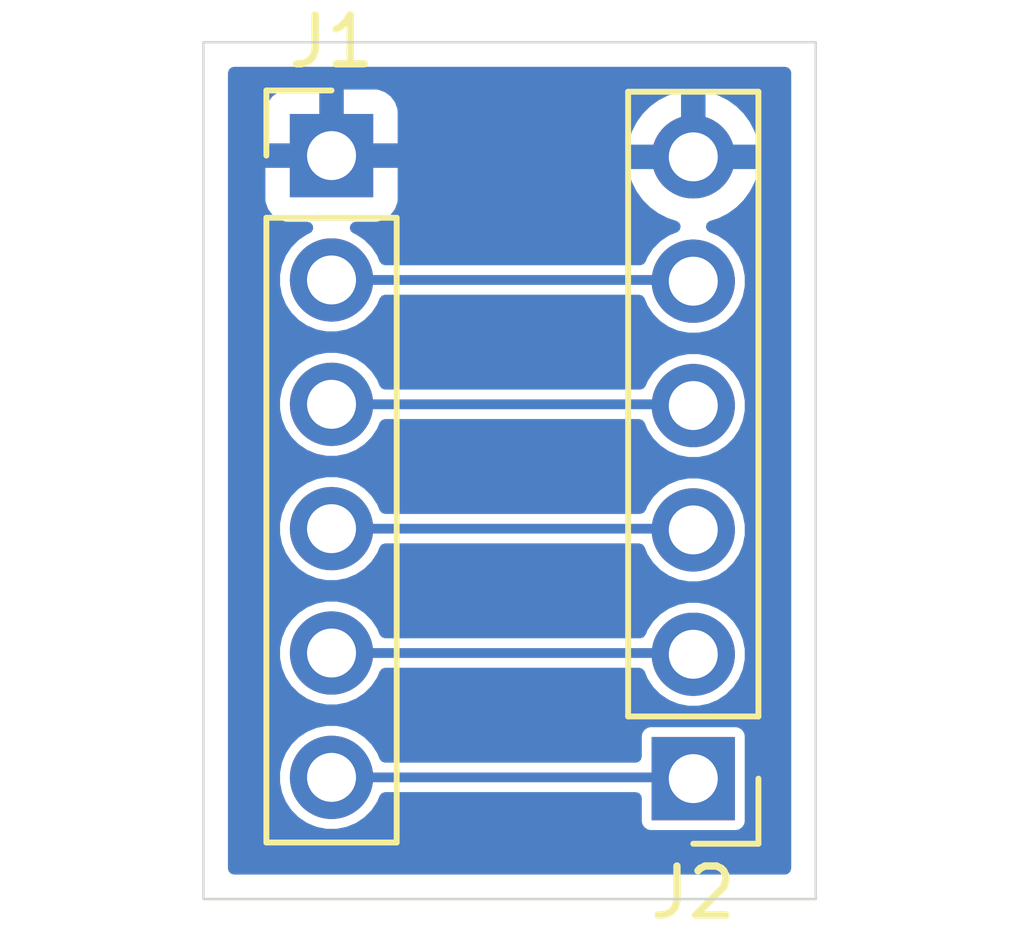
<source format=kicad_pcb>
(kicad_pcb (version 20241229) (generator "pcbnew") (generator_version "9.0")
  (layers (0 "F.Cu" signal) (2 "B.Cu" signal) (13 "F.Paste" user) (15 "B.Paste" user) (5 "F.SilkS" user "F.Silkscreen") (7 "B.SilkS" user "B.Silkscreen") (1 "F.Mask" user) (3 "B.Mask" user) (25 "Edge.Cuts" user))
  (net 0 "")
  (net 1 "Net-(J1-Pin_6)")
  (net 2 "Net-(J1-Pin_4)")
  (net 3 "Net-(J1-Pin_3)")
  (net 4 "Net-(J1-Pin_2)")
  (net 5 "Net-(J1-Pin_5)")
  (net 6 "GND")
  (footprint "Connector_PinHeader_2.54mm:PinHeader_1x06_P2.54mm_Vertical" (layer "F.Cu") (at 128.615172 77.814608)
    (property "Reference" "J1" (at 0 -2.33 0) (layer "F.SilkS"))
    (property "Value" "Conn_01x06_Male")
    (fp_line (start -1.33 -1.33) (end 0 -1.33) (stroke (width 0.12)) (layer "F.SilkS"))
    (fp_line (start -1.33 0) (end -1.33 -1.33) (stroke (width 0.12)) (layer "F.SilkS"))
    (fp_line (start -1.33 1.27) (end -1.33 14.03) (stroke (width 0.12)) (layer "F.SilkS"))
    (fp_line (start -1.33 1.27) (end 1.33 1.27) (stroke (width 0.12)) (layer "F.SilkS"))
    (fp_line (start -1.33 14.03) (end 1.33 14.03) (stroke (width 0.12)) (layer "F.SilkS"))
    (fp_line (start 1.33 1.27) (end 1.33 14.03) (stroke (width 0.12)) (layer "F.SilkS"))
    (pad "1" thru_hole rect (at 0 0) (size 1.7 1.7) (drill 1) (layers "*.Cu" "*.Mask") (net 6 "GND"))
    (pad "2" thru_hole oval (at 0 2.54) (size 1.7 1.7) (drill 1) (layers "*.Cu" "*.Mask") (net 4 "Net-(J1-Pin_2)"))
    (pad "3" thru_hole oval (at 0 5.08) (size 1.7 1.7) (drill 1) (layers "*.Cu" "*.Mask") (net 3 "Net-(J1-Pin_3)"))
    (pad "4" thru_hole oval (at 0 7.62) (size 1.7 1.7) (drill 1) (layers "*.Cu" "*.Mask") (net 2 "Net-(J1-Pin_4)"))
    (pad "5" thru_hole oval (at 0 10.16) (size 1.7 1.7) (drill 1) (layers "*.Cu" "*.Mask") (net 5 "Net-(J1-Pin_5)"))
    (pad "6" thru_hole oval (at 0 12.7) (size 1.7 1.7) (drill 1) (layers "*.Cu" "*.Mask") (net 1 "Net-(J1-Pin_6)"))
  )
  (footprint "Connector_PinHeader_2.54mm:PinHeader_1x06_P2.54mm_Vertical" (layer "F.Cu") (at 136 90.54 180)
    (property "Reference" "J2" (at 0 -2.33 0) (layer "F.SilkS"))
    (property "Value" "Conn_01x06_Male")
    (fp_line (start 1.33 1.27) (end 1.33 14.03) (stroke (width 0.12)) (layer "F.SilkS"))
    (fp_line (start -1.33 14.03) (end 1.33 14.03) (stroke (width 0.12)) (layer "F.SilkS"))
    (fp_line (start -1.33 1.27) (end 1.33 1.27) (stroke (width 0.12)) (layer "F.SilkS"))
    (fp_line (start -1.33 1.27) (end -1.33 14.03) (stroke (width 0.12)) (layer "F.SilkS"))
    (fp_line (start -1.33 0) (end -1.33 -1.33) (stroke (width 0.12)) (layer "F.SilkS"))
    (fp_line (start -1.33 -1.33) (end 0 -1.33) (stroke (width 0.12)) (layer "F.SilkS"))
    (pad "1" thru_hole rect (at 0 0 180) (size 1.7 1.7) (drill 1) (layers "*.Cu" "*.Mask") (net 1 "Net-(J1-Pin_6)"))
    (pad "2" thru_hole oval (at 0 2.54 180) (size 1.7 1.7) (drill 1) (layers "*.Cu" "*.Mask") (net 5 "Net-(J1-Pin_5)"))
    (pad "3" thru_hole oval (at 0 5.08 180) (size 1.7 1.7) (drill 1) (layers "*.Cu" "*.Mask") (net 2 "Net-(J1-Pin_4)"))
    (pad "4" thru_hole oval (at 0 7.62 180) (size 1.7 1.7) (drill 1) (layers "*.Cu" "*.Mask") (net 3 "Net-(J1-Pin_3)"))
    (pad "5" thru_hole oval (at 0 10.16 180) (size 1.7 1.7) (drill 1) (layers "*.Cu" "*.Mask") (net 4 "Net-(J1-Pin_2)"))
    (pad "6" thru_hole oval (at 0 12.7 180) (size 1.7 1.7) (drill 1) (layers "*.Cu" "*.Mask") (net 6 "GND"))
  )
  (gr_rect (start 126 75.5) (end 138.5 93) (stroke (width 0.05)) (fill no) (layer "Edge.Cuts"))
  (segment (start 128.615172 90.514608) (end 135.974608 90.514608) (width 0.2) (layer "B.Cu") (net 1))
  (segment (start 135.974608 90.514608) (end 136 90.54) (width 0.2) (layer "B.Cu") (net 1))
  (segment (start 128.615172 85.434608) (end 135.974608 85.434608) (width 0.2) (layer "B.Cu") (net 2))
  (segment (start 135.974608 85.434608) (end 136 85.46) (width 0.2) (layer "B.Cu") (net 2))
  (segment (start 135.974608 82.894608) (end 136 82.92) (width 0.2) (layer "B.Cu") (net 3))
  (segment (start 128.615172 82.894608) (end 135.974608 82.894608) (width 0.2) (layer "B.Cu") (net 3))
  (segment (start 128.615172 80.354608) (end 135.974608 80.354608) (width 0.2) (layer "B.Cu") (net 4))
  (segment (start 135.974608 80.354608) (end 136 80.38) (width 0.2) (layer "B.Cu") (net 4))
  (segment (start 128.615172 87.974608) (end 135.974608 87.974608) (width 0.2) (layer "B.Cu") (net 5))
  (segment (start 135.974608 87.974608) (end 136 88) (width 0.2) (layer "B.Cu") (net 5))
  (segment (start 135.974608 77.814608) (end 136 77.84) (width 0.2) (layer "B.Cu") (net 6))
  (zone (net 6) (net_name "GND") (layer "B.Cu") (name "GND") (connect_pads (clearance 0)) (min_thickness 0.25) (fill yes (thermal_gap 0.5) (thermal_bridge_width 0.5))
    (polygon (pts (xy 126 75.5) (xy 126 93) (xy 138.5 93) (xy 138.5 75.5)))
  )
)
</source>
